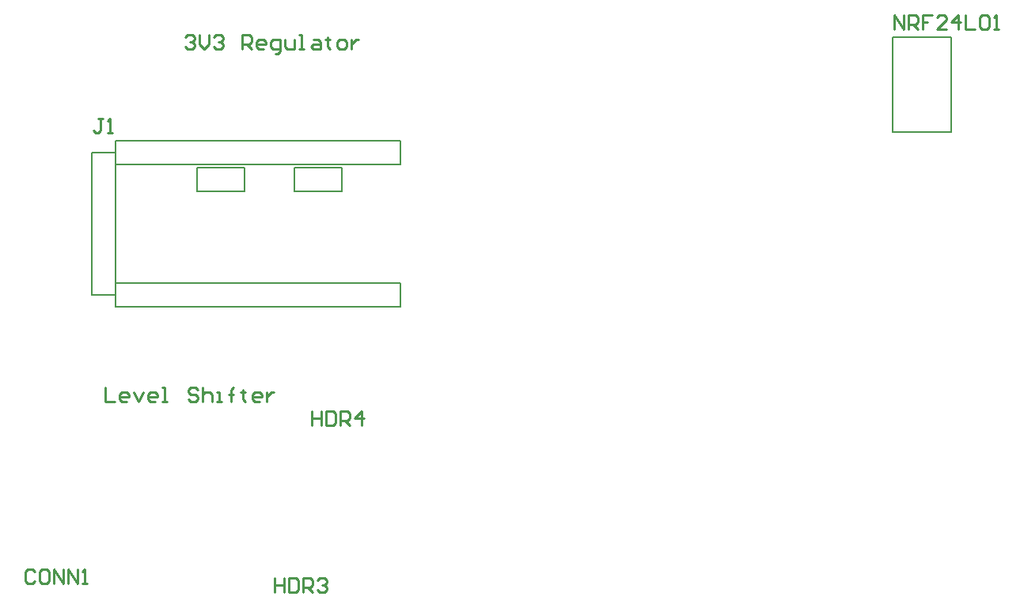
<source format=gto>
G04*
G04 #@! TF.GenerationSoftware,Altium Limited,Altium Designer,18.1.9 (240)*
G04*
G04 Layer_Color=65535*
%FSLAX25Y25*%
%MOIN*%
G70*
G01*
G75*
%ADD10C,0.00787*%
%ADD11C,0.01000*%
D10*
X101000Y215000D02*
Y225000D01*
X121000D01*
Y215000D02*
Y225000D01*
X101000Y215000D02*
X121000D01*
X60000D02*
Y225000D01*
X80000D01*
Y215000D02*
Y225000D01*
X60000Y215000D02*
X80000D01*
X15500Y231500D02*
X25500D01*
X15500Y171500D02*
X25500D01*
X15500D02*
Y231500D01*
X25500Y171500D02*
Y231500D01*
X33000Y236500D02*
X145500D01*
X25500D02*
X33000D01*
X25500Y226500D02*
Y236500D01*
Y226500D02*
X145500D01*
Y236500D01*
X145500Y166500D02*
Y176500D01*
X25500Y166500D02*
X145500D01*
X25500D02*
Y176500D01*
X33000D01*
X145500D01*
X377598Y239994D02*
Y280000D01*
X352992D02*
X377598D01*
X352992Y239994D02*
Y280000D01*
Y239994D02*
X377598D01*
D11*
X-8301Y54798D02*
X-9301Y55798D01*
X-11300D01*
X-12300Y54798D01*
Y50800D01*
X-11300Y49800D01*
X-9301D01*
X-8301Y50800D01*
X-3303Y55798D02*
X-5302D01*
X-6302Y54798D01*
Y50800D01*
X-5302Y49800D01*
X-3303D01*
X-2303Y50800D01*
Y54798D01*
X-3303Y55798D01*
X-304Y49800D02*
Y55798D01*
X3695Y49800D01*
Y55798D01*
X5694Y49800D02*
Y55798D01*
X9693Y49800D01*
Y55798D01*
X11692Y49800D02*
X13692D01*
X12692D01*
Y55798D01*
X11692Y54798D01*
X55000Y279998D02*
X56000Y280998D01*
X57999D01*
X58999Y279998D01*
Y278999D01*
X57999Y277999D01*
X56999D01*
X57999D01*
X58999Y276999D01*
Y276000D01*
X57999Y275000D01*
X56000D01*
X55000Y276000D01*
X60998Y280998D02*
Y276999D01*
X62997Y275000D01*
X64997Y276999D01*
Y280998D01*
X66996Y279998D02*
X67996Y280998D01*
X69995D01*
X70995Y279998D01*
Y278999D01*
X69995Y277999D01*
X68995D01*
X69995D01*
X70995Y276999D01*
Y276000D01*
X69995Y275000D01*
X67996D01*
X66996Y276000D01*
X78992Y275000D02*
Y280998D01*
X81991D01*
X82991Y279998D01*
Y277999D01*
X81991Y276999D01*
X78992D01*
X80992D02*
X82991Y275000D01*
X87989D02*
X85990D01*
X84990Y276000D01*
Y277999D01*
X85990Y278999D01*
X87989D01*
X88989Y277999D01*
Y276999D01*
X84990D01*
X92988Y273001D02*
X93987D01*
X94987Y274000D01*
Y278999D01*
X91988D01*
X90988Y277999D01*
Y276000D01*
X91988Y275000D01*
X94987D01*
X96986Y278999D02*
Y276000D01*
X97986Y275000D01*
X100985D01*
Y278999D01*
X102984Y275000D02*
X104984D01*
X103984D01*
Y280998D01*
X102984D01*
X108983Y278999D02*
X110982D01*
X111982Y277999D01*
Y275000D01*
X108983D01*
X107983Y276000D01*
X108983Y276999D01*
X111982D01*
X114981Y279998D02*
Y278999D01*
X113981D01*
X115980D01*
X114981D01*
Y276000D01*
X115980Y275000D01*
X119979D02*
X121978D01*
X122978Y276000D01*
Y277999D01*
X121978Y278999D01*
X119979D01*
X118979Y277999D01*
Y276000D01*
X119979Y275000D01*
X124977Y278999D02*
Y275000D01*
Y276999D01*
X125977Y277999D01*
X126977Y278999D01*
X127976D01*
X20099Y245898D02*
X18099D01*
X19099D01*
Y240900D01*
X18099Y239900D01*
X17100D01*
X16100Y240900D01*
X22098Y239900D02*
X24097D01*
X23098D01*
Y245898D01*
X22098Y244898D01*
X353600Y283400D02*
Y289398D01*
X357599Y283400D01*
Y289398D01*
X359598Y283400D02*
Y289398D01*
X362597D01*
X363597Y288398D01*
Y286399D01*
X362597Y285399D01*
X359598D01*
X361597D02*
X363597Y283400D01*
X369595Y289398D02*
X365596D01*
Y286399D01*
X367596D01*
X365596D01*
Y283400D01*
X375593D02*
X371594D01*
X375593Y287399D01*
Y288398D01*
X374593Y289398D01*
X372594D01*
X371594Y288398D01*
X380591Y283400D02*
Y289398D01*
X377592Y286399D01*
X381591D01*
X383590Y289398D02*
Y283400D01*
X387589D01*
X389588Y288398D02*
X390588Y289398D01*
X392587D01*
X393587Y288398D01*
Y284400D01*
X392587Y283400D01*
X390588D01*
X389588Y284400D01*
Y288398D01*
X395586Y283400D02*
X397586D01*
X396586D01*
Y289398D01*
X395586Y288398D01*
X108117Y122335D02*
Y116337D01*
Y119336D01*
X112115D01*
Y122335D01*
Y116337D01*
X114115Y122335D02*
Y116337D01*
X117114D01*
X118113Y117337D01*
Y121335D01*
X117114Y122335D01*
X114115D01*
X120113Y116337D02*
Y122335D01*
X123112D01*
X124111Y121335D01*
Y119336D01*
X123112Y118336D01*
X120113D01*
X122112D02*
X124111Y116337D01*
X129110D02*
Y122335D01*
X126111Y119336D01*
X130110D01*
X92600Y52083D02*
Y46085D01*
Y49084D01*
X96599D01*
Y52083D01*
Y46085D01*
X98598Y52083D02*
Y46085D01*
X101597D01*
X102597Y47085D01*
Y51083D01*
X101597Y52083D01*
X98598D01*
X104596Y46085D02*
Y52083D01*
X107595D01*
X108595Y51083D01*
Y49084D01*
X107595Y48084D01*
X104596D01*
X106596D02*
X108595Y46085D01*
X110594Y51083D02*
X111594Y52083D01*
X113593D01*
X114593Y51083D01*
Y50084D01*
X113593Y49084D01*
X112593D01*
X113593D01*
X114593Y48084D01*
Y47085D01*
X113593Y46085D01*
X111594D01*
X110594Y47085D01*
X21200Y132398D02*
Y126400D01*
X25199D01*
X30197D02*
X28198D01*
X27198Y127400D01*
Y129399D01*
X28198Y130399D01*
X30197D01*
X31197Y129399D01*
Y128399D01*
X27198D01*
X33196Y130399D02*
X35195Y126400D01*
X37195Y130399D01*
X42193Y126400D02*
X40194D01*
X39194Y127400D01*
Y129399D01*
X40194Y130399D01*
X42193D01*
X43193Y129399D01*
Y128399D01*
X39194D01*
X45192Y126400D02*
X47192D01*
X46192D01*
Y132398D01*
X45192D01*
X60187Y131398D02*
X59188Y132398D01*
X57188D01*
X56189Y131398D01*
Y130399D01*
X57188Y129399D01*
X59188D01*
X60187Y128399D01*
Y127400D01*
X59188Y126400D01*
X57188D01*
X56189Y127400D01*
X62187Y132398D02*
Y126400D01*
Y129399D01*
X63186Y130399D01*
X65186D01*
X66185Y129399D01*
Y126400D01*
X68185D02*
X70184D01*
X69184D01*
Y130399D01*
X68185D01*
X74183Y126400D02*
Y131398D01*
Y129399D01*
X73183D01*
X75182D01*
X74183D01*
Y131398D01*
X75182Y132398D01*
X79181Y131398D02*
Y130399D01*
X78182D01*
X80181D01*
X79181D01*
Y127400D01*
X80181Y126400D01*
X86179D02*
X84180D01*
X83180Y127400D01*
Y129399D01*
X84180Y130399D01*
X86179D01*
X87179Y129399D01*
Y128399D01*
X83180D01*
X89178Y130399D02*
Y126400D01*
Y128399D01*
X90178Y129399D01*
X91177Y130399D01*
X92177D01*
M02*

</source>
